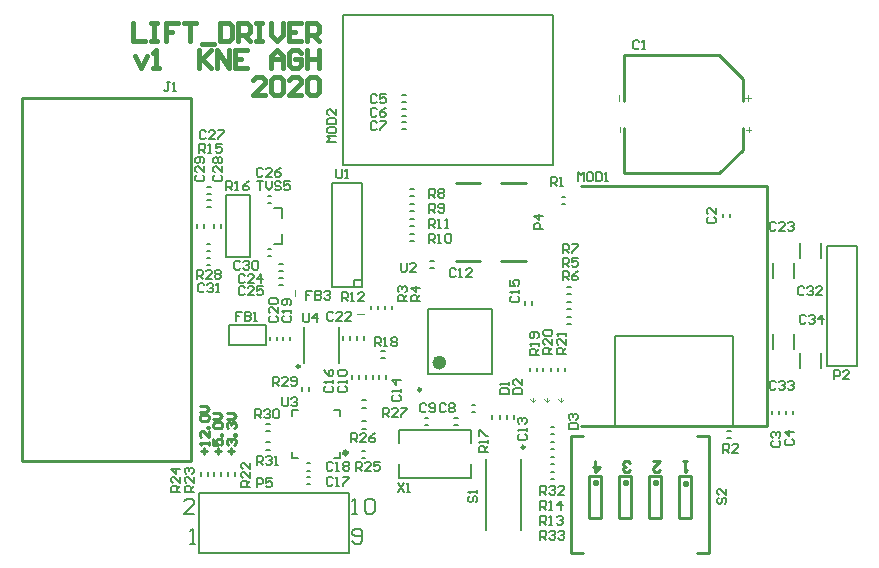
<source format=gto>
G04*
G04 #@! TF.GenerationSoftware,Altium Limited,Altium Designer,20.0.13 (296)*
G04*
G04 Layer_Color=65535*
%FSLAX25Y25*%
%MOIN*%
G70*
G01*
G75*
%ADD10C,0.01600*%
%ADD11C,0.01000*%
%ADD12C,0.00984*%
%ADD13C,0.02362*%
%ADD14C,0.00787*%
%ADD15C,0.00600*%
%ADD16C,0.00394*%
%ADD17C,0.00900*%
%ADD18C,0.01500*%
%ADD19C,0.00800*%
D10*
X107100Y36200D02*
G03*
X107100Y36200I-400J0D01*
G01*
D11*
X91500Y65100D02*
G03*
X91500Y65100I-500J0D01*
G01*
X-958Y33447D02*
Y154647D01*
Y33447D02*
X55200D01*
X55200Y154647D02*
X55200Y33447D01*
X-958Y154647D02*
X54190D01*
X55200D01*
X158668Y100300D02*
X166900D01*
X158668Y126300D02*
X166900D01*
X143400D02*
X151632D01*
X143400Y100300D02*
X151632D01*
X231211Y168785D02*
X239085Y160911D01*
X199715Y168785D02*
X231211D01*
Y129415D02*
X239085Y137289D01*
X199715Y129415D02*
X231211D01*
X199715Y153600D02*
Y168785D01*
Y129415D02*
Y144600D01*
X239085Y137289D02*
Y144600D01*
Y153600D02*
Y160911D01*
X228000Y2850D02*
Y41850D01*
X218000Y14350D02*
X222000D01*
X218000D02*
Y28351D01*
X222000D01*
Y14350D02*
Y28351D01*
X212000Y14350D02*
Y28351D01*
X208000D02*
X212000D01*
X208000Y14350D02*
Y28351D01*
Y14350D02*
X212000D01*
X202000D02*
Y28351D01*
X198000D02*
X202000D01*
X198000Y14350D02*
Y28351D01*
Y14350D02*
X202000D01*
X192000D02*
Y28351D01*
X188000D02*
X192000D01*
X188000Y14350D02*
Y28351D01*
Y14350D02*
X192000D01*
X220500Y25650D02*
Y26650D01*
X219500Y25650D02*
X220500D01*
X219500D02*
Y26650D01*
X220500D01*
X210500Y25850D02*
Y26850D01*
X209500Y25850D02*
X210500D01*
X209500D02*
Y26850D01*
X210500D01*
X200500Y25950D02*
Y26950D01*
X199500Y25950D02*
X200500D01*
X199500D02*
Y26950D01*
X200500D01*
X190500Y25950D02*
Y26950D01*
X189500Y25950D02*
X190500D01*
X189500D02*
Y26950D01*
X190500D01*
X224000Y2900D02*
X228000D01*
X224000Y41850D02*
X228000D01*
X182000D02*
X186000D01*
X182000Y2900D02*
X186000D01*
X182000D02*
Y41850D01*
X185200Y45200D02*
X247200Y45200D01*
Y125200D01*
X185200D02*
X247200D01*
X220500Y33350D02*
X219334D01*
X219917D01*
Y29851D01*
X220500Y30434D01*
X209167Y33350D02*
X211500D01*
X209167Y31017D01*
Y30434D01*
X209751Y29851D01*
X210917D01*
X211500Y30434D01*
X201500D02*
X200917Y29851D01*
X199751D01*
X199167Y30434D01*
Y31017D01*
X199751Y31601D01*
X200334D01*
X199751D01*
X199167Y32184D01*
Y32767D01*
X199751Y33350D01*
X200917D01*
X201500Y32767D01*
X189751Y33350D02*
Y29851D01*
X191500Y31601D01*
X189167D01*
D12*
X166388Y38146D02*
G03*
X166388Y38146I-492J0D01*
G01*
X131809Y57255D02*
G03*
X131809Y57255I-492J0D01*
G01*
D13*
X139191Y66310D02*
G03*
X139191Y66310I-1181J0D01*
G01*
D14*
X233964Y43481D02*
X235145D01*
X233964Y41119D02*
X235145D01*
X253419Y49055D02*
Y50236D01*
X255781Y49055D02*
Y50236D01*
X248919Y49109D02*
Y50291D01*
X251281Y49109D02*
Y50291D01*
X125655Y153119D02*
X126836D01*
X125655Y155481D02*
X126836D01*
X125709Y148619D02*
X126891D01*
X125709Y150981D02*
X126891D01*
X125709Y144219D02*
X126891D01*
X125709Y146581D02*
X126891D01*
X117681Y84109D02*
Y85290D01*
X115319Y84109D02*
Y85290D01*
X110519Y73909D02*
Y75090D01*
X112881Y73909D02*
Y75090D01*
X148764Y52281D02*
X149945D01*
X148764Y49919D02*
X149945D01*
X105900Y132200D02*
X175900D01*
X105900Y182200D02*
X175900D01*
X105900Y132200D02*
Y182200D01*
X175900Y132200D02*
Y182200D01*
X80864Y119619D02*
X82045D01*
X80864Y121981D02*
X82045D01*
X85556Y105994D02*
Y109144D01*
X82800Y105994D02*
X85556D01*
Y114656D02*
Y117806D01*
X82800D02*
X85556D01*
X80864Y101819D02*
X82045D01*
X80864Y104181D02*
X82045D01*
X84710Y99081D02*
X85891D01*
X84710Y96719D02*
X85891D01*
X84710Y94581D02*
X85891D01*
X84710Y92219D02*
X85891D01*
X62775Y111309D02*
Y112491D01*
X65137Y111309D02*
Y112491D01*
X57119Y111309D02*
Y112491D01*
X59481Y111309D02*
Y112491D01*
X60610Y118019D02*
X61791D01*
X60610Y120381D02*
X61791D01*
X60610Y122519D02*
X61791D01*
X60610Y124881D02*
X61791D01*
X60510Y103419D02*
X61690D01*
X60510Y105781D02*
X61690D01*
X60510Y98919D02*
X61690D01*
X60510Y101281D02*
X61690D01*
X118555Y67719D02*
X119736D01*
X118555Y70081D02*
X119736D01*
X120381Y60955D02*
Y62136D01*
X118019Y60955D02*
Y62136D01*
X115881Y60955D02*
Y62136D01*
X113519Y60955D02*
Y62136D01*
X111381Y60955D02*
Y62136D01*
X109019Y60955D02*
Y62136D01*
X106019Y73909D02*
Y75090D01*
X108381Y73909D02*
Y75090D01*
X94681Y56910D02*
Y58091D01*
X92319Y56910D02*
Y58091D01*
X85919Y73809D02*
Y74990D01*
X88281Y73809D02*
Y74990D01*
X81419Y73809D02*
Y74990D01*
X83781Y73809D02*
Y74990D01*
X122181Y84109D02*
Y85290D01*
X119819Y84109D02*
Y85290D01*
X128364Y121719D02*
X129545D01*
X128364Y124081D02*
X129545D01*
X128364Y119081D02*
X129545D01*
X128364Y116719D02*
X129545D01*
X128364Y114081D02*
X129545D01*
X128364Y111719D02*
X129545D01*
X128364Y106719D02*
X129545D01*
X128364Y109081D02*
X129545D01*
X135009Y97719D02*
X136191D01*
X135009Y100081D02*
X136191D01*
X232519Y114709D02*
Y115891D01*
X234881Y114709D02*
Y115891D01*
X180609Y84019D02*
X181791D01*
X180609Y86381D02*
X181791D01*
X180609Y89019D02*
X181791D01*
X180609Y91381D02*
X181791D01*
X166619Y85555D02*
Y86736D01*
X168981Y85555D02*
Y86736D01*
X180609Y79019D02*
X181791D01*
X180609Y81381D02*
X181791D01*
X177419Y63364D02*
Y64545D01*
X179781Y63364D02*
Y64545D01*
X172719Y63364D02*
Y64545D01*
X175081Y63364D02*
Y64545D01*
X168119Y63364D02*
Y64545D01*
X170481Y63364D02*
Y64545D01*
X175109Y42519D02*
X176291D01*
X175109Y44881D02*
X176291D01*
X175109Y37519D02*
X176291D01*
X175109Y39881D02*
X176291D01*
X175109Y27519D02*
X176291D01*
X175109Y29881D02*
X176291D01*
X175109Y32519D02*
X176291D01*
X175109Y34881D02*
X176291D01*
X162781Y47664D02*
Y48845D01*
X160419Y47664D02*
Y48845D01*
X155719Y47555D02*
Y48736D01*
X158081Y47555D02*
Y48736D01*
X153495Y10489D02*
Y34111D01*
X165305Y10489D02*
Y34111D01*
X142964Y47981D02*
X144145D01*
X142964Y45619D02*
X144145D01*
X133109Y47981D02*
X134291D01*
X133109Y45619D02*
X134291D01*
X112309Y51319D02*
X113491D01*
X112309Y53681D02*
X113491D01*
X112309Y44319D02*
X113491D01*
X112309Y46681D02*
X113491D01*
X112109Y34519D02*
X113291D01*
X112109Y36881D02*
X113291D01*
X93809Y30319D02*
X94990D01*
X93809Y32681D02*
X94990D01*
X93809Y25819D02*
X94990D01*
X93809Y28181D02*
X94990D01*
X80255Y45881D02*
X81436D01*
X80255Y43519D02*
X81436D01*
X80309Y39681D02*
X81490D01*
X80309Y37319D02*
X81490D01*
X67519Y28609D02*
Y29791D01*
X69881Y28609D02*
Y29791D01*
X63019Y28609D02*
Y29791D01*
X65381Y28609D02*
Y29791D01*
X58519Y28609D02*
Y29791D01*
X60881Y28609D02*
Y29791D01*
X57900Y3000D02*
X107900D01*
X57900Y23000D02*
X107900D01*
X57900Y3000D02*
Y23000D01*
X107900Y3000D02*
Y23000D01*
X196700Y75200D02*
X236012D01*
Y55888D02*
Y75200D01*
X196700Y55200D02*
Y75200D01*
Y45200D02*
Y56700D01*
Y45200D02*
X236012D01*
Y55888D01*
X267200Y65300D02*
X277200D01*
X267200D02*
Y105300D01*
X277200Y65300D02*
Y105300D01*
X267200D02*
X277200D01*
X178755Y121381D02*
X179936D01*
X178755Y119019D02*
X179936D01*
X155727Y62373D02*
Y84027D01*
X134073Y62373D02*
Y84027D01*
X155727D01*
X134073Y62373D02*
X155727D01*
D15*
X265200Y101200D02*
Y106200D01*
X258200Y101200D02*
Y106200D01*
X256100Y94500D02*
Y99500D01*
X249100Y94500D02*
Y99500D01*
X265200Y64400D02*
Y69400D01*
X258200Y64400D02*
Y69400D01*
X256100Y71000D02*
Y76000D01*
X249100Y71000D02*
Y76000D01*
X102100Y91400D02*
Y126300D01*
X112100D01*
Y91400D02*
Y126300D01*
X102100Y91400D02*
X112100D01*
X109600D02*
Y93900D01*
X112100D01*
X66800Y108400D02*
Y122300D01*
Y101500D02*
Y108400D01*
Y122300D02*
X74800D01*
X66800Y101500D02*
X74800D01*
Y122300D01*
X102805Y34626D02*
X104774D01*
Y36595D01*
Y48406D02*
Y50374D01*
X102805D02*
X104774D01*
X89026D02*
X90995D01*
X89026Y48406D02*
Y50374D01*
Y34626D02*
Y36595D01*
Y34626D02*
X90995D01*
X92800Y78200D02*
X92900Y66200D01*
X104600D02*
Y78200D01*
X80200Y72300D02*
Y78900D01*
X67800D02*
X80200D01*
X67800Y72300D02*
X80200D01*
X67800D02*
Y78900D01*
X148500Y27900D02*
Y32400D01*
X124500Y27900D02*
Y32400D01*
Y27900D02*
X148500D01*
X124500Y43900D02*
X148500D01*
Y39500D02*
Y43900D01*
X124500Y39500D02*
Y43900D01*
D16*
X89800Y88400D02*
Y90400D01*
X110500Y82572D02*
X112900D01*
X177600Y54202D02*
X178600Y53202D01*
X179600Y54202D01*
X178600Y53302D02*
Y54402D01*
X172900Y54202D02*
X173900Y53202D01*
X174900Y54202D01*
X173900Y53302D02*
Y54402D01*
X168300Y54202D02*
X169300Y53202D01*
X170300Y54202D01*
X169300Y53302D02*
Y54402D01*
X240176Y143942D02*
X242012D01*
X241094Y144860D02*
Y143024D01*
X239900Y154478D02*
X241737D01*
X240818Y155396D02*
Y153559D01*
X198113Y143076D02*
Y144913D01*
X198022Y153600D02*
Y155437D01*
D17*
X68600Y35900D02*
Y37899D01*
X67601Y36900D02*
X69600D01*
X67601Y38899D02*
X67101Y39399D01*
Y40399D01*
X67601Y40898D01*
X68101D01*
X68600Y40399D01*
Y39899D01*
Y40399D01*
X69100Y40898D01*
X69600D01*
X70100Y40399D01*
Y39399D01*
X69600Y38899D01*
X70100Y41898D02*
X69600D01*
Y42398D01*
X70100D01*
Y41898D01*
X67601Y44397D02*
X67101Y44897D01*
Y45897D01*
X67601Y46397D01*
X68101D01*
X68600Y45897D01*
Y45397D01*
Y45897D01*
X69100Y46397D01*
X69600D01*
X70100Y45897D01*
Y44897D01*
X69600Y44397D01*
X67101Y47396D02*
X69100D01*
X70100Y48396D01*
X69100Y49396D01*
X67101D01*
X64100Y35900D02*
Y37899D01*
X63101Y36900D02*
X65100D01*
X62601Y40898D02*
Y38899D01*
X64100D01*
X63601Y39899D01*
Y40399D01*
X64100Y40898D01*
X65100D01*
X65600Y40399D01*
Y39399D01*
X65100Y38899D01*
X65600Y41898D02*
X65100D01*
Y42398D01*
X65600D01*
Y41898D01*
X63101Y44397D02*
X62601Y44897D01*
Y45897D01*
X63101Y46397D01*
X65100D01*
X65600Y45897D01*
Y44897D01*
X65100Y44397D01*
X63101D01*
X62601Y47396D02*
X64600D01*
X65600Y48396D01*
X64600Y49396D01*
X62601D01*
X59601Y35900D02*
Y37899D01*
X58601Y36900D02*
X60600D01*
X61100Y38899D02*
Y39899D01*
Y39399D01*
X58101D01*
X58601Y38899D01*
X61100Y43398D02*
Y41398D01*
X59101Y43398D01*
X58601D01*
X58101Y42898D01*
Y41898D01*
X58601Y41398D01*
X61100Y44397D02*
X60600D01*
Y44897D01*
X61100D01*
Y44397D01*
X58601Y46896D02*
X58101Y47396D01*
Y48396D01*
X58601Y48896D01*
X60600D01*
X61100Y48396D01*
Y47396D01*
X60600Y46896D01*
X58601D01*
X58101Y49896D02*
X60100D01*
X61100Y50895D01*
X60100Y51895D01*
X58101D01*
D18*
X36500Y168499D02*
X38499Y164500D01*
X40499Y168499D01*
X42498Y164500D02*
X44497D01*
X43498D01*
Y170498D01*
X42498Y169498D01*
X79999Y155500D02*
X76000D01*
X79999Y159499D01*
Y160498D01*
X78999Y161498D01*
X77000D01*
X76000Y160498D01*
X81998D02*
X82998Y161498D01*
X84997D01*
X85997Y160498D01*
Y156500D01*
X84997Y155500D01*
X82998D01*
X81998Y156500D01*
Y160498D01*
X91995Y155500D02*
X87996D01*
X91995Y159499D01*
Y160498D01*
X90995Y161498D01*
X88996D01*
X87996Y160498D01*
X93994D02*
X94994Y161498D01*
X96993D01*
X97993Y160498D01*
Y156500D01*
X96993Y155500D01*
X94994D01*
X93994Y156500D01*
Y160498D01*
X58000Y170498D02*
Y164500D01*
Y166499D01*
X61999Y170498D01*
X59000Y167499D01*
X61999Y164500D01*
X63998D02*
Y170498D01*
X67997Y164500D01*
Y170498D01*
X73995D02*
X69996D01*
Y164500D01*
X73995D01*
X69996Y167499D02*
X71996D01*
X81992Y164500D02*
Y168499D01*
X83992Y170498D01*
X85991Y168499D01*
Y164500D01*
Y167499D01*
X81992D01*
X91989Y169498D02*
X90989Y170498D01*
X88990D01*
X87990Y169498D01*
Y165500D01*
X88990Y164500D01*
X90989D01*
X91989Y165500D01*
Y167499D01*
X89990D01*
X93988Y170498D02*
Y164500D01*
Y167499D01*
X97987D01*
Y170498D01*
Y164500D01*
X36007Y179498D02*
Y173500D01*
X40006D01*
X42005Y179498D02*
X44004D01*
X43005D01*
Y173500D01*
X42005D01*
X44004D01*
X51002Y179498D02*
X47004D01*
Y176499D01*
X49003D01*
X47004D01*
Y173500D01*
X53002Y179498D02*
X57000D01*
X55001D01*
Y173500D01*
X59000Y172500D02*
X62998D01*
X64998Y179498D02*
Y173500D01*
X67997D01*
X68997Y174499D01*
Y178498D01*
X67997Y179498D01*
X64998D01*
X70996Y173500D02*
Y179498D01*
X73995D01*
X74994Y178498D01*
Y176499D01*
X73995Y175499D01*
X70996D01*
X72995D02*
X74994Y173500D01*
X76994Y179498D02*
X78993D01*
X77994D01*
Y173500D01*
X76994D01*
X78993D01*
X81992Y179498D02*
Y175499D01*
X83992Y173500D01*
X85991Y175499D01*
Y179498D01*
X91989D02*
X87990D01*
Y173500D01*
X91989D01*
X87990Y176499D02*
X89990D01*
X93988Y173500D02*
Y179498D01*
X96987D01*
X97987Y178498D01*
Y176499D01*
X96987Y175499D01*
X93988D01*
X95988D02*
X97987Y173500D01*
D19*
X56232Y16000D02*
X52900D01*
X56232Y19332D01*
Y20165D01*
X55399Y20998D01*
X53733D01*
X52900Y20165D01*
X54900Y6000D02*
X56566D01*
X55733D01*
Y10998D01*
X54900Y10165D01*
X108900Y16000D02*
X110566D01*
X109733D01*
Y20998D01*
X108900Y20165D01*
X113065D02*
X113898Y20998D01*
X115565D01*
X116398Y20165D01*
Y16833D01*
X115565Y16000D01*
X113898D01*
X113065Y16833D01*
Y20165D01*
X108900Y6833D02*
X109733Y6000D01*
X111399D01*
X112232Y6833D01*
Y10165D01*
X111399Y10998D01*
X109733D01*
X108900Y10165D01*
Y9332D01*
X109733Y8499D01*
X112232D01*
X171600Y7200D02*
Y10199D01*
X173100D01*
X173599Y9699D01*
Y8699D01*
X173100Y8200D01*
X171600D01*
X172600D02*
X173599Y7200D01*
X174599Y9699D02*
X175099Y10199D01*
X176099D01*
X176598Y9699D01*
Y9199D01*
X176099Y8699D01*
X175599D01*
X176099D01*
X176598Y8200D01*
Y7700D01*
X176099Y7200D01*
X175099D01*
X174599Y7700D01*
X177598Y9699D02*
X178098Y10199D01*
X179098D01*
X179597Y9699D01*
Y9199D01*
X179098Y8699D01*
X178598D01*
X179098D01*
X179597Y8200D01*
Y7700D01*
X179098Y7200D01*
X178098D01*
X177598Y7700D01*
X171600Y12200D02*
Y15199D01*
X173100D01*
X173599Y14699D01*
Y13700D01*
X173100Y13200D01*
X171600D01*
X172600D02*
X173599Y12200D01*
X174599D02*
X175599D01*
X175099D01*
Y15199D01*
X174599Y14699D01*
X177098D02*
X177598Y15199D01*
X178598D01*
X179098Y14699D01*
Y14199D01*
X178598Y13700D01*
X178098D01*
X178598D01*
X179098Y13200D01*
Y12700D01*
X178598Y12200D01*
X177598D01*
X177098Y12700D01*
X171600Y17200D02*
Y20199D01*
X173100D01*
X173599Y19699D01*
Y18699D01*
X173100Y18200D01*
X171600D01*
X172600D02*
X173599Y17200D01*
X174599D02*
X175599D01*
X175099D01*
Y20199D01*
X174599Y19699D01*
X178598Y17200D02*
Y20199D01*
X177098Y18699D01*
X179098D01*
X171600Y22200D02*
Y25199D01*
X173100D01*
X173599Y24699D01*
Y23699D01*
X173100Y23200D01*
X171600D01*
X172600D02*
X173599Y22200D01*
X174599Y24699D02*
X175099Y25199D01*
X176099D01*
X176598Y24699D01*
Y24199D01*
X176099Y23699D01*
X175599D01*
X176099D01*
X176598Y23200D01*
Y22700D01*
X176099Y22200D01*
X175099D01*
X174599Y22700D01*
X179597Y22200D02*
X177598D01*
X179597Y24199D01*
Y24699D01*
X179098Y25199D01*
X178098D01*
X177598Y24699D01*
X140200Y52200D02*
X139700Y52700D01*
X138701D01*
X138201Y52200D01*
Y50200D01*
X138701Y49700D01*
X139700D01*
X140200Y50200D01*
X141200Y52200D02*
X141700Y52700D01*
X142699D01*
X143199Y52200D01*
Y51700D01*
X142699Y51200D01*
X143199Y50700D01*
Y50200D01*
X142699Y49700D01*
X141700D01*
X141200Y50200D01*
Y50700D01*
X141700Y51200D01*
X141200Y51700D01*
Y52200D01*
X141700Y51200D02*
X142699D01*
X260201Y81700D02*
X259701Y82200D01*
X258701D01*
X258201Y81700D01*
Y79700D01*
X258701Y79201D01*
X259701D01*
X260201Y79700D01*
X261200Y81700D02*
X261700Y82200D01*
X262700D01*
X263200Y81700D01*
Y81200D01*
X262700Y80700D01*
X262200D01*
X262700D01*
X263200Y80200D01*
Y79700D01*
X262700Y79201D01*
X261700D01*
X261200Y79700D01*
X265699Y79201D02*
Y82200D01*
X264199Y80700D01*
X266199D01*
X250201Y59700D02*
X249701Y60199D01*
X248701D01*
X248201Y59700D01*
Y57700D01*
X248701Y57200D01*
X249701D01*
X250201Y57700D01*
X251200Y59700D02*
X251700Y60199D01*
X252700D01*
X253200Y59700D01*
Y59200D01*
X252700Y58700D01*
X252200D01*
X252700D01*
X253200Y58200D01*
Y57700D01*
X252700Y57200D01*
X251700D01*
X251200Y57700D01*
X254199Y59700D02*
X254699Y60199D01*
X255699D01*
X256199Y59700D01*
Y59200D01*
X255699Y58700D01*
X255199D01*
X255699D01*
X256199Y58200D01*
Y57700D01*
X255699Y57200D01*
X254699D01*
X254199Y57700D01*
X259701Y91200D02*
X259201Y91699D01*
X258201D01*
X257701Y91200D01*
Y89200D01*
X258201Y88700D01*
X259201D01*
X259701Y89200D01*
X260700Y91200D02*
X261200Y91699D01*
X262200D01*
X262700Y91200D01*
Y90700D01*
X262200Y90200D01*
X261700D01*
X262200D01*
X262700Y89700D01*
Y89200D01*
X262200Y88700D01*
X261200D01*
X260700Y89200D01*
X265699Y88700D02*
X263699D01*
X265699Y90700D01*
Y91200D01*
X265199Y91699D01*
X264199D01*
X263699Y91200D01*
X250201Y112700D02*
X249701Y113199D01*
X248701D01*
X248201Y112700D01*
Y110700D01*
X248701Y110201D01*
X249701D01*
X250201Y110700D01*
X253200Y110201D02*
X251200D01*
X253200Y112200D01*
Y112700D01*
X252700Y113199D01*
X251700D01*
X251200Y112700D01*
X254199D02*
X254699Y113199D01*
X255699D01*
X256199Y112700D01*
Y112200D01*
X255699Y111700D01*
X255199D01*
X255699D01*
X256199Y111200D01*
Y110700D01*
X255699Y110201D01*
X254699D01*
X254199Y110700D01*
X231200Y21200D02*
X230700Y20700D01*
Y19701D01*
X231200Y19201D01*
X231700D01*
X232200Y19701D01*
Y20700D01*
X232700Y21200D01*
X233200D01*
X233699Y20700D01*
Y19701D01*
X233200Y19201D01*
X233699Y24199D02*
Y22200D01*
X231700Y24199D01*
X231200D01*
X230700Y23699D01*
Y22700D01*
X231200Y22200D01*
X105451Y86700D02*
Y89700D01*
X106951D01*
X107451Y89200D01*
Y88200D01*
X106951Y87700D01*
X105451D01*
X106451D02*
X107451Y86700D01*
X108450D02*
X109450D01*
X108950D01*
Y89700D01*
X108450Y89200D01*
X112949Y86700D02*
X110949D01*
X112949Y88700D01*
Y89200D01*
X112449Y89700D01*
X111449D01*
X110949Y89200D01*
X92701Y82700D02*
Y80200D01*
X93201Y79700D01*
X94200D01*
X94700Y80200D01*
Y82700D01*
X97199Y79700D02*
Y82700D01*
X95700Y81200D01*
X97699D01*
X102701Y82700D02*
X102201Y83200D01*
X101201D01*
X100701Y82700D01*
Y80700D01*
X101201Y80200D01*
X102201D01*
X102701Y80700D01*
X105700Y80200D02*
X103700D01*
X105700Y82200D01*
Y82700D01*
X105200Y83200D01*
X104200D01*
X103700Y82700D01*
X108699Y80200D02*
X106699D01*
X108699Y82200D01*
Y82700D01*
X108199Y83200D01*
X107199D01*
X106699Y82700D01*
X81700Y81701D02*
X81200Y81201D01*
Y80201D01*
X81700Y79701D01*
X83700D01*
X84200Y80201D01*
Y81201D01*
X83700Y81701D01*
X84200Y84700D02*
Y82700D01*
X82200Y84700D01*
X81700D01*
X81200Y84200D01*
Y83200D01*
X81700Y82700D01*
Y85699D02*
X81200Y86199D01*
Y87199D01*
X81700Y87699D01*
X83700D01*
X84200Y87199D01*
Y86199D01*
X83700Y85699D01*
X81700D01*
X86200Y81951D02*
X85701Y81451D01*
Y80451D01*
X86200Y79951D01*
X88200D01*
X88700Y80451D01*
Y81451D01*
X88200Y81951D01*
X88700Y82950D02*
Y83950D01*
Y83450D01*
X85701D01*
X86200Y82950D01*
X88200Y85449D02*
X88700Y85949D01*
Y86949D01*
X88200Y87449D01*
X86200D01*
X85701Y86949D01*
Y85949D01*
X86200Y85449D01*
X86700D01*
X87200Y85949D01*
Y87449D01*
X85701Y54699D02*
Y52200D01*
X86201Y51701D01*
X87200D01*
X87700Y52200D01*
Y54699D01*
X88700Y54200D02*
X89200Y54699D01*
X90199D01*
X90699Y54200D01*
Y53700D01*
X90199Y53200D01*
X89700D01*
X90199D01*
X90699Y52700D01*
Y52200D01*
X90199Y51701D01*
X89200D01*
X88700Y52200D01*
X76701Y47701D02*
Y50700D01*
X78201D01*
X78701Y50200D01*
Y49200D01*
X78201Y48700D01*
X76701D01*
X77701D02*
X78701Y47701D01*
X79700Y50200D02*
X80200Y50700D01*
X81200D01*
X81700Y50200D01*
Y49700D01*
X81200Y49200D01*
X80700D01*
X81200D01*
X81700Y48700D01*
Y48200D01*
X81200Y47701D01*
X80200D01*
X79700Y48200D01*
X82699Y50200D02*
X83199Y50700D01*
X84199D01*
X84699Y50200D01*
Y48200D01*
X84199Y47701D01*
X83199D01*
X82699Y48200D01*
Y50200D01*
X82501Y58646D02*
Y61645D01*
X84001D01*
X84501Y61145D01*
Y60146D01*
X84001Y59646D01*
X82501D01*
X83501D02*
X84501Y58646D01*
X87500D02*
X85500D01*
X87500Y60646D01*
Y61145D01*
X87000Y61645D01*
X86000D01*
X85500Y61145D01*
X88499Y59146D02*
X88999Y58646D01*
X89999D01*
X90499Y59146D01*
Y61145D01*
X89999Y61645D01*
X88999D01*
X88499Y61145D01*
Y60646D01*
X88999Y60146D01*
X90499D01*
X110201Y30200D02*
Y33200D01*
X111701D01*
X112201Y32700D01*
Y31700D01*
X111701Y31200D01*
X110201D01*
X111201D02*
X112201Y30200D01*
X115200D02*
X113200D01*
X115200Y32200D01*
Y32700D01*
X114700Y33200D01*
X113700D01*
X113200Y32700D01*
X118199Y33200D02*
X116199D01*
Y31700D01*
X117199Y32200D01*
X117699D01*
X118199Y31700D01*
Y30700D01*
X117699Y30200D01*
X116699D01*
X116199Y30700D01*
X51700Y23201D02*
X48700D01*
Y24701D01*
X49200Y25201D01*
X50200D01*
X50700Y24701D01*
Y23201D01*
Y24201D02*
X51700Y25201D01*
Y28200D02*
Y26200D01*
X49700Y28200D01*
X49200D01*
X48700Y27700D01*
Y26700D01*
X49200Y26200D01*
X51700Y30699D02*
X48700D01*
X50200Y29199D01*
Y31199D01*
X77201Y32201D02*
Y35199D01*
X78701D01*
X79201Y34700D01*
Y33700D01*
X78701Y33200D01*
X77201D01*
X78201D02*
X79201Y32201D01*
X80200Y34700D02*
X80700Y35199D01*
X81700D01*
X82200Y34700D01*
Y34200D01*
X81700Y33700D01*
X81200D01*
X81700D01*
X82200Y33200D01*
Y32700D01*
X81700Y32201D01*
X80700D01*
X80200Y32700D01*
X83199Y32201D02*
X84199D01*
X83699D01*
Y35199D01*
X83199Y34700D01*
X74999Y25001D02*
X72000D01*
Y26501D01*
X72500Y27001D01*
X73500D01*
X74000Y26501D01*
Y25001D01*
Y26001D02*
X74999Y27001D01*
Y30000D02*
Y28000D01*
X73000Y30000D01*
X72500D01*
X72000Y29500D01*
Y28500D01*
X72500Y28000D01*
X74999Y32999D02*
Y30999D01*
X73000Y32999D01*
X72500D01*
X72000Y32499D01*
Y31499D01*
X72500Y30999D01*
X171200Y68951D02*
X168201D01*
Y70451D01*
X168700Y70951D01*
X169700D01*
X170200Y70451D01*
Y68951D01*
Y69951D02*
X171200Y70951D01*
Y71950D02*
Y72950D01*
Y72450D01*
X168201D01*
X168700Y71950D01*
X170700Y74449D02*
X171200Y74949D01*
Y75949D01*
X170700Y76449D01*
X168700D01*
X168201Y75949D01*
Y74949D01*
X168700Y74449D01*
X169200D01*
X169700Y74949D01*
Y76449D01*
X175699Y69201D02*
X172701D01*
Y70701D01*
X173200Y71201D01*
X174200D01*
X174700Y70701D01*
Y69201D01*
Y70201D02*
X175699Y71201D01*
Y74200D02*
Y72200D01*
X173700Y74200D01*
X173200D01*
X172701Y73700D01*
Y72700D01*
X173200Y72200D01*
Y75199D02*
X172701Y75699D01*
Y76699D01*
X173200Y77199D01*
X175200D01*
X175699Y76699D01*
Y75699D01*
X175200Y75199D01*
X173200D01*
X108701Y39700D02*
Y42700D01*
X110201D01*
X110701Y42200D01*
Y41200D01*
X110201Y40700D01*
X108701D01*
X109701D02*
X110701Y39700D01*
X113700D02*
X111700D01*
X113700Y41700D01*
Y42200D01*
X113200Y42700D01*
X112200D01*
X111700Y42200D01*
X116699Y42700D02*
X115699Y42200D01*
X114699Y41200D01*
Y40200D01*
X115199Y39700D01*
X116199D01*
X116699Y40200D01*
Y40700D01*
X116199Y41200D01*
X114699D01*
X119201Y48201D02*
Y51200D01*
X120701D01*
X121201Y50700D01*
Y49700D01*
X120701Y49200D01*
X119201D01*
X120201D02*
X121201Y48201D01*
X124200D02*
X122200D01*
X124200Y50200D01*
Y50700D01*
X123700Y51200D01*
X122700D01*
X122200Y50700D01*
X125199Y51200D02*
X127199D01*
Y50700D01*
X125199Y48700D01*
Y48201D01*
X180200Y69201D02*
X177200D01*
Y70701D01*
X177700Y71201D01*
X178700D01*
X179200Y70701D01*
Y69201D01*
Y70201D02*
X180200Y71201D01*
Y74199D02*
Y72200D01*
X178200Y74199D01*
X177700D01*
X177200Y73700D01*
Y72700D01*
X177700Y72200D01*
X180200Y75199D02*
Y76199D01*
Y75699D01*
X177200D01*
X177700Y75199D01*
X56200Y23201D02*
X53201D01*
Y24701D01*
X53700Y25201D01*
X54700D01*
X55200Y24701D01*
Y23201D01*
Y24201D02*
X56200Y25201D01*
Y28200D02*
Y26200D01*
X54200Y28200D01*
X53700D01*
X53201Y27700D01*
Y26700D01*
X53700Y26200D01*
Y29199D02*
X53201Y29699D01*
Y30699D01*
X53700Y31199D01*
X54200D01*
X54700Y30699D01*
Y30199D01*
Y30699D01*
X55200Y31199D01*
X55700D01*
X56200Y30699D01*
Y29699D01*
X55700Y29199D01*
X77201Y24701D02*
Y27700D01*
X78700D01*
X79200Y27200D01*
Y26200D01*
X78700Y25700D01*
X77201D01*
X82199Y27700D02*
X80200D01*
Y26200D01*
X81200Y26700D01*
X81699D01*
X82199Y26200D01*
Y25200D01*
X81699Y24701D01*
X80700D01*
X80200Y25200D01*
X162700Y55701D02*
X165700D01*
Y57200D01*
X165200Y57700D01*
X163200D01*
X162700Y57200D01*
Y55701D01*
X165700Y60699D02*
Y58700D01*
X163700Y60699D01*
X163200D01*
X162700Y60199D01*
Y59200D01*
X163200Y58700D01*
X158201Y55701D02*
X161199D01*
Y57200D01*
X160700Y57700D01*
X158700D01*
X158201Y57200D01*
Y55701D01*
X161199Y58700D02*
Y59699D01*
Y59200D01*
X158201D01*
X158700Y58700D01*
X181201Y44201D02*
X184200D01*
Y45700D01*
X183700Y46200D01*
X181700D01*
X181201Y45700D01*
Y44201D01*
X181700Y47200D02*
X181201Y47700D01*
Y48699D01*
X181700Y49199D01*
X182200D01*
X182700Y48699D01*
Y48199D01*
Y48699D01*
X183200Y49199D01*
X183700D01*
X184200Y48699D01*
Y47700D01*
X183700Y47200D01*
X102451Y32700D02*
X101951Y33200D01*
X100951D01*
X100451Y32700D01*
Y30700D01*
X100951Y30200D01*
X101951D01*
X102451Y30700D01*
X103450Y30200D02*
X104450D01*
X103950D01*
Y33200D01*
X103450Y32700D01*
X105949D02*
X106449Y33200D01*
X107449D01*
X107949Y32700D01*
Y32200D01*
X107449Y31700D01*
X107949Y31200D01*
Y30700D01*
X107449Y30200D01*
X106449D01*
X105949Y30700D01*
Y31200D01*
X106449Y31700D01*
X105949Y32200D01*
Y32700D01*
X106449Y31700D02*
X107449D01*
X102451Y27700D02*
X101951Y28199D01*
X100951D01*
X100451Y27700D01*
Y25700D01*
X100951Y25201D01*
X101951D01*
X102451Y25700D01*
X103450Y25201D02*
X104450D01*
X103950D01*
Y28199D01*
X103450Y27700D01*
X105949Y28199D02*
X107949D01*
Y27700D01*
X105949Y25700D01*
Y25201D01*
X124201Y26199D02*
X126200Y23201D01*
Y26199D02*
X124201Y23201D01*
X127200D02*
X128199D01*
X127699D01*
Y26199D01*
X127200Y25700D01*
X125100Y99599D02*
Y97100D01*
X125600Y96600D01*
X126600D01*
X127099Y97100D01*
Y99599D01*
X130098Y96600D02*
X128099D01*
X130098Y98599D01*
Y99099D01*
X129599Y99599D01*
X128599D01*
X128099Y99099D01*
X103701Y130700D02*
Y128200D01*
X104200Y127700D01*
X105200D01*
X105700Y128200D01*
Y130700D01*
X106700Y127700D02*
X107699D01*
X107200D01*
Y130700D01*
X106700Y130200D01*
X77202Y126699D02*
X79201D01*
X78202D01*
Y123700D01*
X80201Y126699D02*
Y124700D01*
X81200Y123700D01*
X82200Y124700D01*
Y126699D01*
X85199Y126200D02*
X84699Y126699D01*
X83700D01*
X83200Y126200D01*
Y125700D01*
X83700Y125200D01*
X84699D01*
X85199Y124700D01*
Y124200D01*
X84699Y123700D01*
X83700D01*
X83200Y124200D01*
X88198Y126699D02*
X86199D01*
Y125200D01*
X87199Y125700D01*
X87698D01*
X88198Y125200D01*
Y124200D01*
X87698Y123700D01*
X86699D01*
X86199Y124200D01*
X148200Y21700D02*
X147701Y21200D01*
Y20200D01*
X148200Y19701D01*
X148700D01*
X149200Y20200D01*
Y21200D01*
X149700Y21700D01*
X150200D01*
X150699Y21200D01*
Y20200D01*
X150200Y19701D01*
X150699Y22700D02*
Y23699D01*
Y23200D01*
X147701D01*
X148200Y22700D01*
X57201Y94200D02*
Y97199D01*
X58701D01*
X59201Y96700D01*
Y95700D01*
X58701Y95200D01*
X57201D01*
X58201D02*
X59201Y94200D01*
X62200D02*
X60200D01*
X62200Y96200D01*
Y96700D01*
X61700Y97199D01*
X60700D01*
X60200Y96700D01*
X63199D02*
X63699Y97199D01*
X64699D01*
X65199Y96700D01*
Y96200D01*
X64699Y95700D01*
X65199Y95200D01*
Y94700D01*
X64699Y94200D01*
X63699D01*
X63199Y94700D01*
Y95200D01*
X63699Y95700D01*
X63199Y96200D01*
Y96700D01*
X63699Y95700D02*
X64699D01*
X116451Y71701D02*
Y74699D01*
X117951D01*
X118451Y74200D01*
Y73200D01*
X117951Y72700D01*
X116451D01*
X117451D02*
X118451Y71701D01*
X119450D02*
X120450D01*
X119950D01*
Y74699D01*
X119450Y74200D01*
X121949D02*
X122449Y74699D01*
X123449D01*
X123949Y74200D01*
Y73700D01*
X123449Y73200D01*
X123949Y72700D01*
Y72200D01*
X123449Y71701D01*
X122449D01*
X121949Y72200D01*
Y72700D01*
X122449Y73200D01*
X121949Y73700D01*
Y74200D01*
X122449Y73200D02*
X123449D01*
X154200Y36451D02*
X151200D01*
Y37951D01*
X151700Y38451D01*
X152700D01*
X153200Y37951D01*
Y36451D01*
Y37451D02*
X154200Y38451D01*
Y39450D02*
Y40450D01*
Y39950D01*
X151200D01*
X151700Y39450D01*
X151200Y41949D02*
Y43949D01*
X151700D01*
X153700Y41949D01*
X154200D01*
X66951Y123700D02*
Y126699D01*
X68451D01*
X68951Y126200D01*
Y125200D01*
X68451Y124700D01*
X66951D01*
X67951D02*
X68951Y123700D01*
X69950D02*
X70950D01*
X70450D01*
Y126699D01*
X69950Y126200D01*
X74449Y126699D02*
X73449Y126200D01*
X72449Y125200D01*
Y124200D01*
X72949Y123700D01*
X73949D01*
X74449Y124200D01*
Y124700D01*
X73949Y125200D01*
X72449D01*
X57951Y136200D02*
Y139199D01*
X59451D01*
X59951Y138700D01*
Y137700D01*
X59451Y137200D01*
X57951D01*
X58951D02*
X59951Y136200D01*
X60950D02*
X61950D01*
X61450D01*
Y139199D01*
X60950Y138700D01*
X65449Y139199D02*
X63449D01*
Y137700D01*
X64449Y138200D01*
X64949D01*
X65449Y137700D01*
Y136700D01*
X64949Y136200D01*
X63949D01*
X63449Y136700D01*
X134451Y111200D02*
Y114199D01*
X135951D01*
X136450Y113700D01*
Y112700D01*
X135951Y112200D01*
X134451D01*
X135451D02*
X136450Y111200D01*
X137450D02*
X138450D01*
X137950D01*
Y114199D01*
X137450Y113700D01*
X139949Y111200D02*
X140949D01*
X140449D01*
Y114199D01*
X139949Y113700D01*
X134451Y106201D02*
Y109200D01*
X135951D01*
X136451Y108700D01*
Y107700D01*
X135951Y107200D01*
X134451D01*
X135451D02*
X136451Y106201D01*
X137450D02*
X138450D01*
X137950D01*
Y109200D01*
X137450Y108700D01*
X139949D02*
X140449Y109200D01*
X141449D01*
X141949Y108700D01*
Y106700D01*
X141449Y106201D01*
X140449D01*
X139949Y106700D01*
Y108700D01*
X134701Y116200D02*
Y119200D01*
X136200D01*
X136700Y118700D01*
Y117700D01*
X136200Y117200D01*
X134701D01*
X135701D02*
X136700Y116200D01*
X137700Y116700D02*
X138200Y116200D01*
X139199D01*
X139699Y116700D01*
Y118700D01*
X139199Y119200D01*
X138200D01*
X137700Y118700D01*
Y118200D01*
X138200Y117700D01*
X139699D01*
X134701Y121201D02*
Y124199D01*
X136200D01*
X136700Y123700D01*
Y122700D01*
X136200Y122200D01*
X134701D01*
X135701D02*
X136700Y121201D01*
X137700Y123700D02*
X138200Y124199D01*
X139199D01*
X139699Y123700D01*
Y123200D01*
X139199Y122700D01*
X139699Y122200D01*
Y121700D01*
X139199Y121201D01*
X138200D01*
X137700Y121700D01*
Y122200D01*
X138200Y122700D01*
X137700Y123200D01*
Y123700D01*
X138200Y122700D02*
X139199D01*
X179201Y102700D02*
Y105700D01*
X180700D01*
X181200Y105200D01*
Y104200D01*
X180700Y103700D01*
X179201D01*
X180201D02*
X181200Y102700D01*
X182200Y105700D02*
X184199D01*
Y105200D01*
X182200Y103200D01*
Y102700D01*
X179201Y93700D02*
Y96700D01*
X180700D01*
X181200Y96200D01*
Y95200D01*
X180700Y94700D01*
X179201D01*
X180201D02*
X181200Y93700D01*
X184199Y96700D02*
X183200Y96200D01*
X182200Y95200D01*
Y94200D01*
X182700Y93700D01*
X183699D01*
X184199Y94200D01*
Y94700D01*
X183699Y95200D01*
X182200D01*
X179201Y98201D02*
Y101199D01*
X180700D01*
X181200Y100700D01*
Y99700D01*
X180700Y99200D01*
X179201D01*
X180201D02*
X181200Y98201D01*
X184199Y101199D02*
X182200D01*
Y99700D01*
X183200Y100200D01*
X183699D01*
X184199Y99700D01*
Y98700D01*
X183699Y98201D01*
X182700D01*
X182200Y98700D01*
X131700Y86701D02*
X128700D01*
Y88200D01*
X129200Y88700D01*
X130200D01*
X130700Y88200D01*
Y86701D01*
Y87700D02*
X131700Y88700D01*
Y91199D02*
X128700D01*
X130200Y89700D01*
Y91699D01*
X127199Y86701D02*
X124200D01*
Y88200D01*
X124700Y88700D01*
X125700D01*
X126200Y88200D01*
Y86701D01*
Y87700D02*
X127199Y88700D01*
X124700Y89700D02*
X124200Y90200D01*
Y91199D01*
X124700Y91699D01*
X125200D01*
X125700Y91199D01*
Y90699D01*
Y91199D01*
X126200Y91699D01*
X126700D01*
X127199Y91199D01*
Y90200D01*
X126700Y89700D01*
X232701Y36200D02*
Y39200D01*
X234200D01*
X234700Y38700D01*
Y37700D01*
X234200Y37200D01*
X232701D01*
X233700D02*
X234700Y36200D01*
X237699D02*
X235700D01*
X237699Y38200D01*
Y38700D01*
X237199Y39200D01*
X236200D01*
X235700Y38700D01*
X175200Y125200D02*
Y128199D01*
X176699D01*
X177199Y127699D01*
Y126699D01*
X176699Y126200D01*
X175200D01*
X176200D02*
X177199Y125200D01*
X178199D02*
X179199D01*
X178699D01*
Y128199D01*
X178199Y127699D01*
X172699Y110701D02*
X169701D01*
Y112200D01*
X170200Y112700D01*
X171200D01*
X171700Y112200D01*
Y110701D01*
X172699Y115199D02*
X169701D01*
X171200Y113700D01*
Y115699D01*
X269701Y60701D02*
Y63700D01*
X271200D01*
X271700Y63200D01*
Y62200D01*
X271200Y61700D01*
X269701D01*
X274699Y60701D02*
X272700D01*
X274699Y62700D01*
Y63200D01*
X274199Y63700D01*
X273200D01*
X272700Y63200D01*
X184202Y126700D02*
Y129700D01*
X185201Y128700D01*
X186201Y129700D01*
Y126700D01*
X188700Y129700D02*
X187700D01*
X187201Y129200D01*
Y127200D01*
X187700Y126700D01*
X188700D01*
X189200Y127200D01*
Y129200D01*
X188700Y129700D01*
X190200D02*
Y126700D01*
X191699D01*
X192199Y127200D01*
Y129200D01*
X191699Y129700D01*
X190200D01*
X193199Y126700D02*
X194198D01*
X193699D01*
Y129700D01*
X193199Y129200D01*
X48200Y159699D02*
X47200D01*
X47700D01*
Y157200D01*
X47200Y156701D01*
X46701D01*
X46201Y157200D01*
X49200Y156701D02*
X50199D01*
X49700D01*
Y159699D01*
X49200Y159200D01*
X95701Y90200D02*
X93701D01*
Y88700D01*
X94701D01*
X93701D01*
Y87200D01*
X96700Y90200D02*
Y87200D01*
X98200D01*
X98700Y87700D01*
Y88200D01*
X98200Y88700D01*
X96700D01*
X98200D01*
X98700Y89200D01*
Y89700D01*
X98200Y90200D01*
X96700D01*
X99699Y89700D02*
X100199Y90200D01*
X101199D01*
X101699Y89700D01*
Y89200D01*
X101199Y88700D01*
X100699D01*
X101199D01*
X101699Y88200D01*
Y87700D01*
X101199Y87200D01*
X100199D01*
X99699Y87700D01*
X72201Y83200D02*
X70201D01*
Y81700D01*
X71201D01*
X70201D01*
Y80200D01*
X73200Y83200D02*
Y80200D01*
X74700D01*
X75200Y80700D01*
Y81200D01*
X74700Y81700D01*
X73200D01*
X74700D01*
X75200Y82200D01*
Y82700D01*
X74700Y83200D01*
X73200D01*
X76199Y80200D02*
X77199D01*
X76699D01*
Y83200D01*
X76199Y82700D01*
X59701Y92200D02*
X59201Y92699D01*
X58201D01*
X57701Y92200D01*
Y90200D01*
X58201Y89701D01*
X59201D01*
X59701Y90200D01*
X60700Y92200D02*
X61200Y92699D01*
X62200D01*
X62700Y92200D01*
Y91700D01*
X62200Y91200D01*
X61700D01*
X62200D01*
X62700Y90700D01*
Y90200D01*
X62200Y89701D01*
X61200D01*
X60700Y90200D01*
X63699Y89701D02*
X64699D01*
X64199D01*
Y92699D01*
X63699Y92200D01*
X71701Y99700D02*
X71201Y100199D01*
X70201D01*
X69701Y99700D01*
Y97700D01*
X70201Y97201D01*
X71201D01*
X71701Y97700D01*
X72700Y99700D02*
X73200Y100199D01*
X74200D01*
X74700Y99700D01*
Y99200D01*
X74200Y98700D01*
X73700D01*
X74200D01*
X74700Y98200D01*
Y97700D01*
X74200Y97201D01*
X73200D01*
X72700Y97700D01*
X75699Y99700D02*
X76199Y100199D01*
X77199D01*
X77699Y99700D01*
Y97700D01*
X77199Y97201D01*
X76199D01*
X75699Y97700D01*
Y99700D01*
X57200Y128701D02*
X56700Y128201D01*
Y127201D01*
X57200Y126701D01*
X59200D01*
X59699Y127201D01*
Y128201D01*
X59200Y128701D01*
X59699Y131700D02*
Y129700D01*
X57700Y131700D01*
X57200D01*
X56700Y131200D01*
Y130200D01*
X57200Y129700D01*
X59200Y132699D02*
X59699Y133199D01*
Y134199D01*
X59200Y134699D01*
X57200D01*
X56700Y134199D01*
Y133199D01*
X57200Y132699D01*
X57700D01*
X58200Y133199D01*
Y134699D01*
X63200Y128701D02*
X62700Y128201D01*
Y127201D01*
X63200Y126701D01*
X65200D01*
X65699Y127201D01*
Y128201D01*
X65200Y128701D01*
X65699Y131700D02*
Y129700D01*
X63700Y131700D01*
X63200D01*
X62700Y131200D01*
Y130200D01*
X63200Y129700D01*
Y132699D02*
X62700Y133199D01*
Y134199D01*
X63200Y134699D01*
X63700D01*
X64200Y134199D01*
X64700Y134699D01*
X65200D01*
X65699Y134199D01*
Y133199D01*
X65200Y132699D01*
X64700D01*
X64200Y133199D01*
X63700Y132699D01*
X63200D01*
X64200Y133199D02*
Y134199D01*
X60201Y143200D02*
X59701Y143700D01*
X58701D01*
X58201Y143200D01*
Y141200D01*
X58701Y140700D01*
X59701D01*
X60201Y141200D01*
X63200Y140700D02*
X61200D01*
X63200Y142700D01*
Y143200D01*
X62700Y143700D01*
X61700D01*
X61200Y143200D01*
X64199Y143700D02*
X66199D01*
Y143200D01*
X64199Y141200D01*
Y140700D01*
X79201Y130700D02*
X78701Y131200D01*
X77701D01*
X77201Y130700D01*
Y128700D01*
X77701Y128200D01*
X78701D01*
X79201Y128700D01*
X82200Y128200D02*
X80200D01*
X82200Y130200D01*
Y130700D01*
X81700Y131200D01*
X80700D01*
X80200Y130700D01*
X85199Y131200D02*
X84199Y130700D01*
X83199Y129700D01*
Y128700D01*
X83699Y128200D01*
X84699D01*
X85199Y128700D01*
Y129200D01*
X84699Y129700D01*
X83199D01*
X73201Y91200D02*
X72701Y91699D01*
X71701D01*
X71201Y91200D01*
Y89200D01*
X71701Y88700D01*
X72701D01*
X73201Y89200D01*
X76200Y88700D02*
X74200D01*
X76200Y90700D01*
Y91200D01*
X75700Y91699D01*
X74700D01*
X74200Y91200D01*
X79199Y91699D02*
X77199D01*
Y90200D01*
X78199Y90700D01*
X78699D01*
X79199Y90200D01*
Y89200D01*
X78699Y88700D01*
X77699D01*
X77199Y89200D01*
X73201Y95200D02*
X72701Y95700D01*
X71701D01*
X71201Y95200D01*
Y93200D01*
X71701Y92700D01*
X72701D01*
X73201Y93200D01*
X76200Y92700D02*
X74200D01*
X76200Y94700D01*
Y95200D01*
X75700Y95700D01*
X74700D01*
X74200Y95200D01*
X78699Y92700D02*
Y95700D01*
X77199Y94200D01*
X79199D01*
X100200Y58451D02*
X99700Y57951D01*
Y56951D01*
X100200Y56451D01*
X102200D01*
X102699Y56951D01*
Y57951D01*
X102200Y58451D01*
X102699Y59450D02*
Y60450D01*
Y59950D01*
X99700D01*
X100200Y59450D01*
X99700Y63949D02*
X100200Y62949D01*
X101200Y61949D01*
X102200D01*
X102699Y62449D01*
Y63449D01*
X102200Y63949D01*
X101700D01*
X101200Y63449D01*
Y61949D01*
X162200Y88451D02*
X161700Y87951D01*
Y86951D01*
X162200Y86451D01*
X164200D01*
X164699Y86951D01*
Y87951D01*
X164200Y88451D01*
X164699Y89450D02*
Y90450D01*
Y89950D01*
X161700D01*
X162200Y89450D01*
X161700Y93949D02*
Y91949D01*
X163200D01*
X162700Y92949D01*
Y93449D01*
X163200Y93949D01*
X164200D01*
X164699Y93449D01*
Y92449D01*
X164200Y91949D01*
X122700Y55451D02*
X122201Y54951D01*
Y53951D01*
X122700Y53451D01*
X124700D01*
X125199Y53951D01*
Y54951D01*
X124700Y55451D01*
X125199Y56450D02*
Y57450D01*
Y56950D01*
X122201D01*
X122700Y56450D01*
X125199Y60449D02*
X122201D01*
X123700Y58949D01*
Y60949D01*
X164700Y42451D02*
X164200Y41951D01*
Y40951D01*
X164700Y40451D01*
X166700D01*
X167200Y40951D01*
Y41951D01*
X166700Y42451D01*
X167200Y43450D02*
Y44450D01*
Y43950D01*
X164200D01*
X164700Y43450D01*
Y45949D02*
X164200Y46449D01*
Y47449D01*
X164700Y47949D01*
X165200D01*
X165700Y47449D01*
Y46949D01*
Y47449D01*
X166200Y47949D01*
X166700D01*
X167200Y47449D01*
Y46449D01*
X166700Y45949D01*
X143451Y97200D02*
X142951Y97699D01*
X141951D01*
X141451Y97200D01*
Y95200D01*
X141951Y94700D01*
X142951D01*
X143451Y95200D01*
X144450Y94700D02*
X145450D01*
X144950D01*
Y97699D01*
X144450Y97200D01*
X148949Y94700D02*
X146949D01*
X148949Y96700D01*
Y97200D01*
X148449Y97699D01*
X147449D01*
X146949Y97200D01*
X104700Y58451D02*
X104200Y57951D01*
Y56951D01*
X104700Y56451D01*
X106700D01*
X107200Y56951D01*
Y57951D01*
X106700Y58451D01*
X107200Y59450D02*
Y60450D01*
Y59950D01*
X104200D01*
X104700Y59450D01*
Y61949D02*
X104200Y62449D01*
Y63449D01*
X104700Y63949D01*
X106700D01*
X107200Y63449D01*
Y62449D01*
X106700Y61949D01*
X104700D01*
X133700Y52200D02*
X133200Y52700D01*
X132201D01*
X131701Y52200D01*
Y50200D01*
X132201Y49700D01*
X133200D01*
X133700Y50200D01*
X134700D02*
X135200Y49700D01*
X136199D01*
X136699Y50200D01*
Y52200D01*
X136199Y52700D01*
X135200D01*
X134700Y52200D01*
Y51700D01*
X135200Y51200D01*
X136699D01*
X117200Y146200D02*
X116700Y146700D01*
X115701D01*
X115201Y146200D01*
Y144200D01*
X115701Y143701D01*
X116700D01*
X117200Y144200D01*
X118200Y146700D02*
X120199D01*
Y146200D01*
X118200Y144200D01*
Y143701D01*
X117200Y150700D02*
X116700Y151199D01*
X115701D01*
X115201Y150700D01*
Y148700D01*
X115701Y148201D01*
X116700D01*
X117200Y148700D01*
X120199Y151199D02*
X119200Y150700D01*
X118200Y149700D01*
Y148700D01*
X118700Y148201D01*
X119699D01*
X120199Y148700D01*
Y149200D01*
X119699Y149700D01*
X118200D01*
X117200Y155200D02*
X116700Y155700D01*
X115701D01*
X115201Y155200D01*
Y153200D01*
X115701Y152700D01*
X116700D01*
X117200Y153200D01*
X120199Y155700D02*
X118200D01*
Y154200D01*
X119200Y154700D01*
X119699D01*
X120199Y154200D01*
Y153200D01*
X119699Y152700D01*
X118700D01*
X118200Y153200D01*
X253700Y40700D02*
X253201Y40200D01*
Y39201D01*
X253700Y38701D01*
X255700D01*
X256200Y39201D01*
Y40200D01*
X255700Y40700D01*
X256200Y43199D02*
X253201D01*
X254700Y41700D01*
Y43699D01*
X249200Y40200D02*
X248700Y39700D01*
Y38701D01*
X249200Y38201D01*
X251200D01*
X251699Y38701D01*
Y39700D01*
X251200Y40200D01*
X249200Y41200D02*
X248700Y41700D01*
Y42699D01*
X249200Y43199D01*
X249700D01*
X250200Y42699D01*
Y42200D01*
Y42699D01*
X250700Y43199D01*
X251200D01*
X251699Y42699D01*
Y41700D01*
X251200Y41200D01*
X227700Y114700D02*
X227201Y114200D01*
Y113201D01*
X227700Y112701D01*
X229700D01*
X230200Y113201D01*
Y114200D01*
X229700Y114700D01*
X230200Y117699D02*
Y115700D01*
X228200Y117699D01*
X227700D01*
X227201Y117199D01*
Y116200D01*
X227700Y115700D01*
X204700Y173200D02*
X204200Y173699D01*
X203201D01*
X202701Y173200D01*
Y171200D01*
X203201Y170701D01*
X204200D01*
X204700Y171200D01*
X205700Y170701D02*
X206699D01*
X206200D01*
Y173699D01*
X205700Y173200D01*
X103700Y139702D02*
X100700D01*
X101700Y140701D01*
X100700Y141701D01*
X103700D01*
X100700Y144200D02*
Y143201D01*
X101200Y142701D01*
X103200D01*
X103700Y143201D01*
Y144200D01*
X103200Y144700D01*
X101200D01*
X100700Y144200D01*
Y145700D02*
X103700D01*
Y147199D01*
X103200Y147699D01*
X101200D01*
X100700Y147199D01*
Y145700D01*
X103700Y150698D02*
Y148699D01*
X101700Y150698D01*
X101200D01*
X100700Y150198D01*
Y149199D01*
X101200Y148699D01*
M02*

</source>
